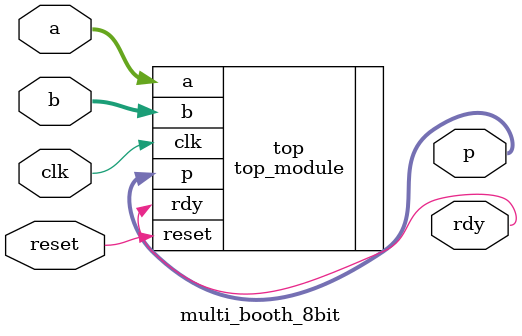
<source format=v>
module multi_booth_8bit (
    input clk,
    input reset,
    input [7:0] a,
    input [7:0] b,
    output [15:0] p,
    output rdy
);

    top_module top(
        .clk(clk),
        .reset(reset),
        .a(a),
        .b(b),
        .p(p),
        .rdy(rdy)
    );

endmodule
</source>
